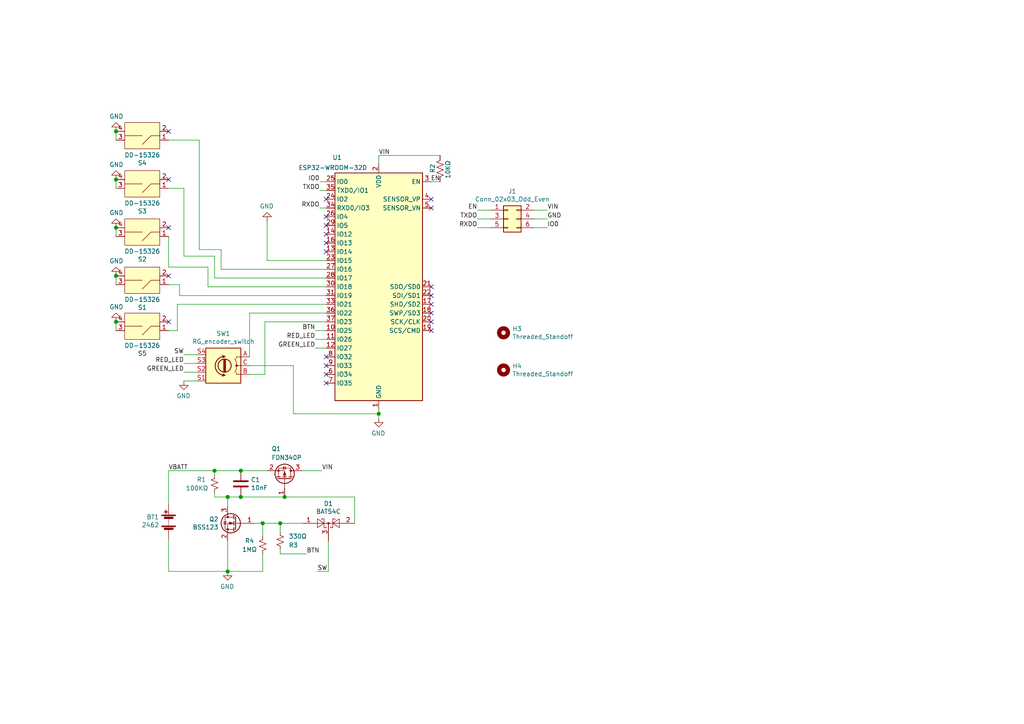
<source format=kicad_sch>
(kicad_sch (version 20201015) (generator eeschema)
  (page 1 1)
  (paper "A4")
  (title_block (date "2020-12-19") (rev "1.1"))
  (lib_symbols
    (symbol "Connector_Generic:Conn_02x03_Odd_Even" (pin_names (offset 1.016) hide)
      (property "Reference" "J" (at 1.27 5.08 0))
      (property "Value" "Conn_02x03_Odd_Even" (at 1.27 -5.08 0))
      (symbol "Conn_02x03_Odd_Even_1_1"
        (rectangle (start -1.27 -2.413) (end 0 -2.667) (stroke (width 0.1524)))
        (rectangle (start -1.27 2.667) (end 0 2.413) (stroke (width 0.1524)))
        (rectangle (start -1.27 3.81) (end 3.81 -3.81) (stroke (width 0.254)) (fill (type background)))
        (rectangle (start -1.27 0.127) (end 0 -0.127) (stroke (width 0.1524)))
        (rectangle (start 3.81 -2.413) (end 2.54 -2.667) (stroke (width 0.1524)))
        (rectangle (start 3.81 2.667) (end 2.54 2.413) (stroke (width 0.1524)))
        (rectangle (start 3.81 0.127) (end 2.54 -0.127) (stroke (width 0.1524)))
        (pin passive line (at -5.08 2.54 0) (length 3.81) (name "Pin_1") (number "1"))
        (pin passive line (at 7.62 2.54 180) (length 3.81) (name "Pin_2") (number "2"))
        (pin passive line (at -5.08 0 0) (length 3.81) (name "Pin_3") (number "3"))
        (pin passive line (at 7.62 0 180) (length 3.81) (name "Pin_4") (number "4"))
        (pin passive line (at -5.08 -2.54 0) (length 3.81) (name "Pin_5") (number "5"))
        (pin passive line (at 7.62 -2.54 180) (length 3.81) (name "Pin_6") (number "6"))
      )
    )
    (symbol "Device:Battery_1" (pin_numbers hide) (pin_names (offset 0) hide)
      (property "Reference" "BT" (at 2.54 2.54 0))
      (property "Value" "Battery" (at 2.54 0 0))
      (symbol "Battery_1_0_1"
        (rectangle (start -2.032 -1.397) (end 2.032 -1.651) (fill (type outline)))
        (rectangle (start -2.032 1.778) (end 2.032 1.524) (fill (type outline)))
        (rectangle (start -1.3208 -1.9812) (end 1.27 -2.4892) (fill (type outline)))
        (rectangle (start -1.3208 1.1938) (end 1.27 0.6858) (fill (type outline)))
        (polyline (pts (xy 0 -1.524) (xy 0 -1.27)))
        (polyline (pts (xy 0 -1.016) (xy 0 -0.762)))
        (polyline (pts (xy 0 -0.508) (xy 0 -0.254)))
        (polyline (pts (xy 0 0) (xy 0 0.254)))
        (polyline (pts (xy 0 0.508) (xy 0 0.762)))
        (polyline (pts (xy 0 1.778) (xy 0 2.54)))
        (polyline (pts (xy 0.254 2.667) (xy 1.27 2.667)) (stroke (width 0.254)))
        (polyline (pts (xy 0.762 3.175) (xy 0.762 2.159)) (stroke (width 0.254)))
      )
      (symbol "Battery_1_1_1"
        (pin passive line (at 0 5.08 270) (length 2.54) (name "+") (number "1"))
        (pin passive line (at 0 -5.08 90) (length 2.54) (name "-") (number "2"))
      )
    )
    (symbol "Device:C" (pin_numbers hide) (pin_names (offset 0.254))
      (property "Reference" "C" (at 0.635 2.54 0))
      (property "Value" "C" (at 0.635 -2.54 0))
      (symbol "C_0_1"
        (polyline (pts (xy -2.032 -0.762) (xy 2.032 -0.762)) (stroke (width 0.508)))
        (polyline (pts (xy -2.032 0.762) (xy 2.032 0.762)) (stroke (width 0.508)))
      )
      (symbol "C_1_1"
        (pin passive line (at 0 3.81 270) (length 2.794) (name "~") (number "1"))
        (pin passive line (at 0 -3.81 90) (length 2.794) (name "~") (number "2"))
      )
    )
    (symbol "Device:R_Small_US" (pin_numbers hide) (pin_names (offset 0.254) hide)
      (property "Reference" "R" (at 0.762 0.508 0))
      (property "Value" "R_Small_US" (at 0.762 -1.016 0))
      (symbol "R_Small_US_1_1"
        (polyline (pts (xy 0 0) (xy 1.016 -0.381) (xy 0 -0.762) (xy -1.016 -1.143) (xy 0 -1.524)))
        (polyline (pts (xy 0 1.524) (xy 1.016 1.143) (xy 0 0.762) (xy -1.016 0.381) (xy 0 0)))
        (pin passive line (at 0 2.54 270) (length 1.016) (name "~") (number "1"))
        (pin passive line (at 0 -2.54 90) (length 1.016) (name "~") (number "2"))
      )
    )
    (symbol "Device:R_US" (pin_numbers hide) (pin_names (offset 0))
      (property "Reference" "R" (at 2.54 0 90))
      (property "Value" "R_US" (at -2.54 0 90))
      (symbol "R_US_0_1"
        (polyline (pts (xy 0 -2.286) (xy 0 -2.54)))
        (polyline (pts (xy 0 2.286) (xy 0 2.54)))
        (polyline (pts (xy 0 -0.762) (xy 1.016 -1.143) (xy 0 -1.524) (xy -1.016 -1.905) (xy 0 -2.286)))
        (polyline (pts (xy 0 0.762) (xy 1.016 0.381) (xy 0 0) (xy -1.016 -0.381) (xy 0 -0.762)))
        (polyline (pts (xy 0 2.286) (xy 1.016 1.905) (xy 0 1.524) (xy -1.016 1.143) (xy 0 0.762)))
      )
      (symbol "R_US_1_1"
        (pin passive line (at 0 3.81 270) (length 1.27) (name "~") (number "1"))
        (pin passive line (at 0 -3.81 90) (length 1.27) (name "~") (number "2"))
      )
    )
    (symbol "Diode:BAT54C" (pin_names (offset 1.016))
      (property "Reference" "D" (at 0.635 -3.81 0))
      (property "Value" "BAT54C" (at -6.35 3.175 0))
      (symbol "BAT54C_0_1"
        (circle (center 0 0) (radius 0.254) (fill (type outline)))
        (polyline (pts (xy -1.905 0) (xy 1.905 0)))
        (polyline (pts (xy -1.905 1.27) (xy -1.905 1.016)))
        (polyline (pts (xy -1.27 -1.27) (xy -0.635 -1.27)))
        (polyline (pts (xy -1.27 0) (xy -3.81 0)))
        (polyline (pts (xy -1.27 1.27) (xy -1.905 1.27)))
        (polyline (pts (xy -1.27 1.27) (xy -1.27 -1.27)))
        (polyline (pts (xy -0.635 -1.27) (xy -0.635 -1.016)))
        (polyline (pts (xy 0.635 -1.27) (xy 0.635 -1.016)))
        (polyline (pts (xy 1.27 -1.27) (xy 0.635 -1.27)))
        (polyline (pts (xy 1.27 1.27) (xy 1.27 -1.27)))
        (polyline (pts (xy 1.27 1.27) (xy 1.905 1.27)))
        (polyline (pts (xy 1.905 1.27) (xy 1.905 1.016)))
        (polyline (pts (xy 3.81 0) (xy 1.27 0)))
        (polyline (pts (xy -3.175 -1.27) (xy -3.175 1.27) (xy -1.27 0) (xy -3.175 -1.27)))
        (polyline (pts (xy 3.175 -1.27) (xy 3.175 1.27) (xy 1.27 0) (xy 3.175 -1.27)))
      )
      (symbol "BAT54C_1_1"
        (pin passive line (at -7.62 0 0) (length 3.81) (name "~") (number "1"))
        (pin passive line (at 7.62 0 180) (length 3.81) (name "~") (number "2"))
        (pin passive line (at 0 -5.08 90) (length 5.08) (name "~") (number "3"))
      )
    )
    (symbol "RF_Module:ESP32-WROOM-32D"
      (property "Reference" "U" (at -12.7 34.29 0))
      (property "Value" "ESP32-WROOM-32D" (at 1.27 34.29 0))
      (symbol "ESP32-WROOM-32D_0_1"
        (rectangle (start -12.7 33.02) (end 12.7 -33.02) (stroke (width 0.254)) (fill (type background)))
      )
      (symbol "ESP32-WROOM-32D_1_1"
        (pin power_in line (at 0 -35.56 90) (length 2.54) (name "GND") (number "1"))
        (pin bidirectional line (at 15.24 -12.7 180) (length 2.54) (name "IO25") (number "10"))
        (pin bidirectional line (at 15.24 -15.24 180) (length 2.54) (name "IO26") (number "11"))
        (pin bidirectional line (at 15.24 -17.78 180) (length 2.54) (name "IO27") (number "12"))
        (pin bidirectional line (at 15.24 10.16 180) (length 2.54) (name "IO14") (number "13"))
        (pin bidirectional line (at 15.24 15.24 180) (length 2.54) (name "IO12") (number "14"))
        (pin passive line (at 0 -35.56 90) (length 2.54) hide (name "GND") (number "15"))
        (pin bidirectional line (at 15.24 12.7 180) (length 2.54) (name "IO13") (number "16"))
        (pin bidirectional line (at -15.24 -5.08 0) (length 2.54) (name "SHD/SD2") (number "17"))
        (pin bidirectional line (at -15.24 -7.62 0) (length 2.54) (name "SWP/SD3") (number "18"))
        (pin bidirectional line (at -15.24 -12.7 0) (length 2.54) (name "SCS/CMD") (number "19"))
        (pin power_in line (at 0 35.56 270) (length 2.54) (name "VDD") (number "2"))
        (pin bidirectional line (at -15.24 -10.16 0) (length 2.54) (name "SCK/CLK") (number "20"))
        (pin bidirectional line (at -15.24 0 0) (length 2.54) (name "SDO/SD0") (number "21"))
        (pin bidirectional line (at -15.24 -2.54 0) (length 2.54) (name "SDI/SD1") (number "22"))
        (pin bidirectional line (at 15.24 7.62 180) (length 2.54) (name "IO15") (number "23"))
        (pin bidirectional line (at 15.24 25.4 180) (length 2.54) (name "IO2") (number "24"))
        (pin bidirectional line (at 15.24 30.48 180) (length 2.54) (name "IO0") (number "25"))
        (pin bidirectional line (at 15.24 20.32 180) (length 2.54) (name "IO4") (number "26"))
        (pin bidirectional line (at 15.24 5.08 180) (length 2.54) (name "IO16") (number "27"))
        (pin bidirectional line (at 15.24 2.54 180) (length 2.54) (name "IO17") (number "28"))
        (pin bidirectional line (at 15.24 17.78 180) (length 2.54) (name "IO5") (number "29"))
        (pin input line (at -15.24 30.48 0) (length 2.54) (name "EN") (number "3"))
        (pin bidirectional line (at 15.24 0 180) (length 2.54) (name "IO18") (number "30"))
        (pin bidirectional line (at 15.24 -2.54 180) (length 2.54) (name "IO19") (number "31"))
        (pin unconnected line (at -12.7 -27.94 0) (length 2.54) hide (name "NC") (number "32"))
        (pin bidirectional line (at 15.24 -5.08 180) (length 2.54) (name "IO21") (number "33"))
        (pin bidirectional line (at 15.24 22.86 180) (length 2.54) (name "RXD0/IO3") (number "34"))
        (pin bidirectional line (at 15.24 27.94 180) (length 2.54) (name "TXD0/IO1") (number "35"))
        (pin bidirectional line (at 15.24 -7.62 180) (length 2.54) (name "IO22") (number "36"))
        (pin bidirectional line (at 15.24 -10.16 180) (length 2.54) (name "IO23") (number "37"))
        (pin passive line (at 0 -35.56 90) (length 2.54) hide (name "GND") (number "38"))
        (pin passive line (at 0 -35.56 90) (length 2.54) hide (name "GND") (number "39"))
        (pin input line (at -15.24 25.4 0) (length 2.54) (name "SENSOR_VP") (number "4"))
        (pin input line (at -15.24 22.86 0) (length 2.54) (name "SENSOR_VN") (number "5"))
        (pin input line (at 15.24 -25.4 180) (length 2.54) (name "IO34") (number "6"))
        (pin input line (at 15.24 -27.94 180) (length 2.54) (name "IO35") (number "7"))
        (pin bidirectional line (at 15.24 -20.32 180) (length 2.54) (name "IO32") (number "8"))
        (pin bidirectional line (at 15.24 -22.86 180) (length 2.54) (name "IO33") (number "9"))
      )
    )
    (symbol "Transistor_FET:BSS123" (pin_names hide)
      (property "Reference" "Q" (at 5.08 1.905 0))
      (property "Value" "BSS123" (at 5.08 0 0))
      (symbol "BSS123_0_1"
        (circle (center 1.651 0) (radius 2.794) (stroke (width 0.254)))
        (circle (center 2.54 -1.778) (radius 0.254) (fill (type outline)))
        (circle (center 2.54 1.778) (radius 0.254) (fill (type outline)))
        (polyline (pts (xy 0.254 0) (xy -2.54 0)))
        (polyline (pts (xy 0.254 1.905) (xy 0.254 -1.905)) (stroke (width 0.254)))
        (polyline (pts (xy 0.762 -1.27) (xy 0.762 -2.286)) (stroke (width 0.254)))
        (polyline (pts (xy 0.762 0.508) (xy 0.762 -0.508)) (stroke (width 0.254)))
        (polyline (pts (xy 0.762 2.286) (xy 0.762 1.27)) (stroke (width 0.254)))
        (polyline (pts (xy 2.54 2.54) (xy 2.54 1.778)))
        (polyline (pts (xy 2.54 -2.54) (xy 2.54 0) (xy 0.762 0)))
        (polyline (pts (xy 0.762 -1.778) (xy 3.302 -1.778) (xy 3.302 1.778) (xy 0.762 1.778)))
        (polyline (pts (xy 1.016 0) (xy 2.032 0.381) (xy 2.032 -0.381) (xy 1.016 0)) (fill (type outline)))
        (polyline (pts (xy 2.794 0.508) (xy 2.921 0.381) (xy 3.683 0.381) (xy 3.81 0.254)))
        (polyline (pts (xy 3.302 0.381) (xy 2.921 -0.254) (xy 3.683 -0.254) (xy 3.302 0.381)))
      )
      (symbol "BSS123_1_1"
        (pin input line (at -5.08 0 0) (length 2.54) (name "G") (number "1"))
        (pin passive line (at 2.54 -5.08 90) (length 2.54) (name "S") (number "2"))
        (pin passive line (at 2.54 5.08 270) (length 2.54) (name "D") (number "3"))
      )
    )
    (symbol "asl_symbols:FDN340P" (pin_names hide)
      (property "Reference" "Q" (at 5.08 1.905 0))
      (property "Value" "FDN340P" (at 5.08 0 0))
      (symbol "FDN340P_0_1"
        (circle (center 1.651 0) (radius 2.794) (stroke (width 0.254)))
        (circle (center 2.54 -1.778) (radius 0.254) (fill (type outline)))
        (circle (center 2.54 1.778) (radius 0.254) (fill (type outline)))
        (polyline (pts (xy 0.254 0) (xy -2.54 0)))
        (polyline (pts (xy 0.254 1.905) (xy 0.254 -1.905)) (stroke (width 0.254)))
        (polyline (pts (xy 0.762 -1.27) (xy 0.762 -2.286)) (stroke (width 0.254)))
        (polyline (pts (xy 0.762 0.508) (xy 0.762 -0.508)) (stroke (width 0.254)))
        (polyline (pts (xy 0.762 2.286) (xy 0.762 1.27)) (stroke (width 0.254)))
        (polyline (pts (xy 2.54 2.54) (xy 2.54 1.778)))
        (polyline (pts (xy 2.54 -2.54) (xy 2.54 0) (xy 0.762 0)))
        (polyline (pts (xy 0.762 1.778) (xy 3.302 1.778) (xy 3.302 -1.778) (xy 0.762 -1.778)))
        (polyline (pts (xy 2.286 0) (xy 1.27 0.381) (xy 1.27 -0.381) (xy 2.286 0)) (fill (type outline)))
        (polyline (pts (xy 2.794 -0.508) (xy 2.921 -0.381) (xy 3.683 -0.381) (xy 3.81 -0.254)))
        (polyline (pts (xy 3.302 -0.381) (xy 2.921 0.254) (xy 3.683 0.254) (xy 3.302 -0.381)))
      )
      (symbol "FDN340P_1_1"
        (pin input line (at -5.08 0 0) (length 2.54) (name "G") (number "1"))
        (pin passive line (at 2.54 -5.08 90) (length 2.54) (name "S") (number "2"))
        (pin passive line (at 2.54 5.08 270) (length 2.54) (name "D") (number "3"))
      )
    )
    (symbol "asl_symbols_new:B3F-4000" (pin_names (offset 1.016) hide)
      (property "Reference" "S" (at -3.81 5.08 0))
      (property "Value" "B3F-4000" (at 1.27 -5.08 0))
      (symbol "B3F-4000_0_1"
        (rectangle (start -5.08 3.81) (end 5.08 -3.81) (fill (type background)))
        (polyline (pts (xy -5.08 -1.27) (xy -5.08 1.27)))
        (polyline (pts (xy 0 0) (xy 5.08 0)))
        (polyline (pts (xy 5.08 -1.27) (xy 5.08 1.27)))
        (polyline (pts (xy -5.08 0) (xy -2.54 0) (xy 0 2.54)))
      )
      (symbol "B3F-4000_1_1"
        (pin bidirectional line (at -7.62 1.27 0) (length 2.54) (name "in1") (number "1"))
        (pin bidirectional line (at -7.62 -1.27 0) (length 2.54) (name "in2") (number "2"))
        (pin bidirectional line (at 7.62 1.27 180) (length 2.54) (name "out1") (number "3"))
        (pin bidirectional line (at 7.62 -1.27 180) (length 2.54) (name "out2") (number "4"))
      )
    )
    (symbol "asl_symbols_new:RG_encoder_switch" (pin_names (offset 0.254) hide)
      (property "Reference" "SW" (at 0 6.604 0))
      (property "Value" "RG_encoder_switch" (at 0 -6.604 0))
      (symbol "RG_encoder_switch_0_1"
        (arc (start -0.381 -2.794) (end -0.381 2.667) (radius (at -0.381 -0.0508) (length 2.7432) (angles -89.9 89.9)) (stroke (width 0.254)))
        (circle (center -3.81 0) (radius 0.254) (fill (type outline)))
        (circle (center -0.381 0) (radius 1.905) (stroke (width 0.254)))
        (rectangle (start -5.08 5.08) (end 5.08 -5.08) (stroke (width 0.254)) (fill (type background)))
        (polyline (pts (xy -0.635 -1.778) (xy -0.635 1.778)) (stroke (width 0.254)))
        (polyline (pts (xy -0.381 -1.778) (xy -0.381 1.778)) (stroke (width 0.254)))
        (polyline (pts (xy -0.127 1.778) (xy -0.127 -1.778)) (stroke (width 0.254)))
        (polyline (pts (xy -5.08 -2.54) (xy -3.81 -2.54) (xy -3.81 -2.032)))
        (polyline (pts (xy -5.08 2.54) (xy -3.81 2.54) (xy -3.81 2.032)))
        (polyline (pts (xy 0.254 -3.048) (xy -0.508 -2.794) (xy 0.127 -2.413)) (stroke (width 0.254)))
        (polyline (pts (xy 0.254 2.921) (xy -0.508 2.667) (xy 0.127 2.286)) (stroke (width 0.254)))
        (polyline (pts (xy -5.08 0) (xy -3.81 0) (xy -3.81 -1.016) (xy -3.302 -2.032)))
        (polyline (pts (xy -4.318 0) (xy -3.81 0) (xy -3.81 1.016) (xy -3.302 2.032)))
      )
      (symbol "RG_encoder_switch_1_1"
        (pin passive line (at -7.62 2.54 0) (length 2.54) (name "A") (number "A"))
        (pin passive line (at -7.62 -2.54 0) (length 2.54) (name "B") (number "B"))
        (pin passive line (at -7.62 0 0) (length 2.54) (name "C") (number "C"))
        (pin passive line (at 7.62 -4.445 180) (length 2.54) (name "S1") (number "S1"))
        (pin passive line (at 7.62 -1.905 180) (length 2.54) (name "S2") (number "S2"))
        (pin input line (at 7.62 3.175 180) (length 2.54) (name "S4") (number "S4"))
        (pin input line (at 7.62 0.635 180) (length 2.54) (name "S3") (number "S3"))
      )
    )
    (symbol "asl_symbols_new:Threaded_Standoff" (pin_names (offset 1.016))
      (property "Reference" "H" (at 0 5.08 0))
      (property "Value" "Threaded_Standoff" (at 0 3.175 0))
      (symbol "Threaded_Standoff_0_1"
        (circle (center 0 0) (radius 1.27) (stroke (width 1.27)))
      )
    )
    (symbol "power:GND" (power) (pin_names (offset 0))
      (property "Value" "GND" (at 0 -3.81 0))
      (symbol "GND_0_1"
        (polyline (pts (xy 0 0) (xy 0 -1.27) (xy 1.27 -1.27) (xy 0 -2.54) (xy -1.27 -1.27) (xy 0 -1.27)))
      )
      (symbol "GND_1_1"
        (pin power_in line (at 0 0 270) (length 0) hide (name "GND") (number "1"))
      )
    )
  )
  (junction (at 33.655 38.1) (diameter 1.016))
  (junction (at 33.655 52.07) (diameter 1.016))
  (junction (at 33.655 66.04) (diameter 1.016))
  (junction (at 33.655 80.01) (diameter 1.016))
  (junction (at 33.655 93.345) (diameter 1.016))
  (junction (at 62.23 136.525) (diameter 1.016))
  (junction (at 66.04 144.145) (diameter 1.016))
  (junction (at 66.04 165.735) (diameter 1.016))
  (junction (at 69.85 136.525) (diameter 1.016))
  (junction (at 69.85 144.145) (diameter 1.016))
  (junction (at 76.2 151.765) (diameter 1.016))
  (junction (at 81.28 151.765) (diameter 1.016))
  (junction (at 82.55 144.145) (diameter 1.016))
  (junction (at 109.855 120.015) (diameter 1.016))
  (no_connect (at 94.615 73.025))
  (no_connect (at 48.895 93.345))
  (no_connect (at 48.895 66.04))
  (no_connect (at 94.615 62.865))
  (no_connect (at 125.095 95.885))
  (no_connect (at 94.615 65.405))
  (no_connect (at 94.615 111.125))
  (no_connect (at 94.615 57.785))
  (no_connect (at 125.095 60.325))
  (no_connect (at 94.615 106.045))
  (no_connect (at 94.615 103.505))
  (no_connect (at 94.615 70.485))
  (no_connect (at 125.095 88.265))
  (no_connect (at 48.895 38.1))
  (no_connect (at 48.895 52.07))
  (no_connect (at 125.095 57.785))
  (no_connect (at 125.095 90.805))
  (no_connect (at 94.615 108.585))
  (no_connect (at 125.095 83.185))
  (no_connect (at 125.095 93.345))
  (no_connect (at 94.615 67.945))
  (no_connect (at 125.095 85.725))
  (no_connect (at 48.895 80.01))
  (wire (pts (xy 33.655 40.64) (xy 33.655 38.1)))
  (wire (pts (xy 33.655 54.61) (xy 33.655 52.07)))
  (wire (pts (xy 33.655 68.58) (xy 33.655 66.04)))
  (wire (pts (xy 33.655 82.55) (xy 33.655 80.01)))
  (wire (pts (xy 33.655 93.345) (xy 33.655 95.885)))
  (wire (pts (xy 48.895 77.47) (xy 48.895 68.58)))
  (wire (pts (xy 48.895 77.47) (xy 60.325 77.47)))
  (wire (pts (xy 48.895 82.55) (xy 52.07 82.55)))
  (wire (pts (xy 48.895 136.525) (xy 48.895 146.05)))
  (wire (pts (xy 48.895 136.525) (xy 62.23 136.525)))
  (wire (pts (xy 48.895 156.21) (xy 48.895 165.735)))
  (wire (pts (xy 48.895 165.735) (xy 66.04 165.735)))
  (wire (pts (xy 51.435 88.265) (xy 51.435 95.885)))
  (wire (pts (xy 51.435 88.265) (xy 94.615 88.265)))
  (wire (pts (xy 51.435 95.885) (xy 48.895 95.885)))
  (wire (pts (xy 52.07 82.55) (xy 52.07 85.725)))
  (wire (pts (xy 52.07 85.725) (xy 94.615 85.725)))
  (wire (pts (xy 53.34 54.61) (xy 48.895 54.61)))
  (wire (pts (xy 53.34 54.61) (xy 53.34 74.295)))
  (wire (pts (xy 53.34 102.87) (xy 57.15 102.87)))
  (wire (pts (xy 53.34 105.41) (xy 57.15 105.41)))
  (wire (pts (xy 53.34 107.95) (xy 57.15 107.95)))
  (wire (pts (xy 53.34 110.49) (xy 57.15 110.49)))
  (wire (pts (xy 57.785 40.64) (xy 48.895 40.64)))
  (wire (pts (xy 57.785 40.64) (xy 57.785 72.39)))
  (wire (pts (xy 60.325 77.47) (xy 60.325 83.185)))
  (wire (pts (xy 60.325 83.185) (xy 94.615 83.185)))
  (wire (pts (xy 62.23 74.295) (xy 53.34 74.295)))
  (wire (pts (xy 62.23 80.645) (xy 62.23 74.295)))
  (wire (pts (xy 62.23 136.525) (xy 69.85 136.525)))
  (wire (pts (xy 62.23 137.795) (xy 62.23 136.525)))
  (wire (pts (xy 62.23 144.145) (xy 62.23 142.875)))
  (wire (pts (xy 62.23 144.145) (xy 66.04 144.145)))
  (wire (pts (xy 64.135 72.39) (xy 57.785 72.39)))
  (wire (pts (xy 64.135 78.105) (xy 64.135 72.39)))
  (wire (pts (xy 66.04 144.145) (xy 69.85 144.145)))
  (wire (pts (xy 66.04 146.685) (xy 66.04 144.145)))
  (wire (pts (xy 66.04 156.845) (xy 66.04 165.735)))
  (wire (pts (xy 69.85 136.525) (xy 77.47 136.525)))
  (wire (pts (xy 72.39 90.805) (xy 72.39 103.505)))
  (wire (pts (xy 72.39 90.805) (xy 94.615 90.805)))
  (wire (pts (xy 72.39 106.045) (xy 85.09 106.045)))
  (wire (pts (xy 76.2 151.765) (xy 73.66 151.765)))
  (wire (pts (xy 76.2 151.765) (xy 76.2 155.575)))
  (wire (pts (xy 76.2 151.765) (xy 81.28 151.765)))
  (wire (pts (xy 76.2 160.655) (xy 76.2 165.735)))
  (wire (pts (xy 76.2 165.735) (xy 66.04 165.735)))
  (wire (pts (xy 76.835 93.345) (xy 94.615 93.345)))
  (wire (pts (xy 76.835 108.585) (xy 72.39 108.585)))
  (wire (pts (xy 76.835 108.585) (xy 76.835 93.345)))
  (wire (pts (xy 77.47 64.135) (xy 77.47 75.565)))
  (wire (pts (xy 77.47 75.565) (xy 94.615 75.565)))
  (wire (pts (xy 81.28 151.765) (xy 87.63 151.765)))
  (wire (pts (xy 81.28 154.305) (xy 81.28 151.765)))
  (wire (pts (xy 81.28 159.385) (xy 81.28 160.655)))
  (wire (pts (xy 81.28 160.655) (xy 88.9 160.655)))
  (wire (pts (xy 82.55 144.145) (xy 69.85 144.145)))
  (wire (pts (xy 82.55 144.145) (xy 102.87 144.145)))
  (wire (pts (xy 85.09 106.045) (xy 85.09 120.015)))
  (wire (pts (xy 85.09 120.015) (xy 109.855 120.015)))
  (wire (pts (xy 87.63 136.525) (xy 93.345 136.525)))
  (wire (pts (xy 91.44 95.885) (xy 94.615 95.885)))
  (wire (pts (xy 91.44 98.425) (xy 94.615 98.425)))
  (wire (pts (xy 91.44 100.965) (xy 94.615 100.965)))
  (wire (pts (xy 92.075 165.735) (xy 95.25 165.735)))
  (wire (pts (xy 92.71 52.705) (xy 94.615 52.705)))
  (wire (pts (xy 92.71 55.245) (xy 94.615 55.245)))
  (wire (pts (xy 92.71 60.325) (xy 94.615 60.325)))
  (wire (pts (xy 94.615 78.105) (xy 64.135 78.105)))
  (wire (pts (xy 94.615 80.645) (xy 62.23 80.645)))
  (wire (pts (xy 95.25 156.845) (xy 95.25 165.735)))
  (wire (pts (xy 102.87 144.145) (xy 102.87 151.765)))
  (wire (pts (xy 109.855 45.085) (xy 109.855 47.625)))
  (wire (pts (xy 109.855 118.745) (xy 109.855 120.015)))
  (wire (pts (xy 109.855 120.015) (xy 109.855 121.285)))
  (wire (pts (xy 125.095 52.705) (xy 127.635 52.705)))
  (wire (pts (xy 127.635 45.085) (xy 109.855 45.085)))
  (wire (pts (xy 138.43 60.96) (xy 142.24 60.96)))
  (wire (pts (xy 138.43 63.5) (xy 142.24 63.5)))
  (wire (pts (xy 138.43 66.04) (xy 142.24 66.04)))
  (wire (pts (xy 154.94 60.96) (xy 158.75 60.96)))
  (wire (pts (xy 154.94 63.5) (xy 158.75 63.5)))
  (wire (pts (xy 154.94 66.04) (xy 158.75 66.04)))
  (label "VBATT" (at 48.895 136.525 0))
  (label "SW" (at 53.34 102.87 180))
  (label "RED_LED" (at 53.34 105.41 180))
  (label "GREEN_LED" (at 53.34 107.95 180))
  (label "BTN" (at 88.9 160.655 0))
  (label "BTN" (at 91.44 95.885 180))
  (label "RED_LED" (at 91.44 98.425 180))
  (label "GREEN_LED" (at 91.44 100.965 180))
  (label "SW" (at 92.075 165.735 0))
  (label "IO0" (at 92.71 52.705 180))
  (label "TXDO" (at 92.71 55.245 180))
  (label "RXDO" (at 92.71 60.325 180))
  (label "VIN" (at 93.345 136.525 0))
  (label "VIN" (at 109.855 45.085 0))
  (label "EN" (at 127.635 52.705 180))
  (label "EN" (at 138.43 60.96 180))
  (label "TXDO" (at 138.43 63.5 180))
  (label "RXDO" (at 138.43 66.04 180))
  (label "VIN" (at 158.75 60.96 0))
  (label "GND" (at 158.75 63.5 0))
  (label "IO0" (at 158.75 66.04 0))
  (symbol (lib_id "power:GND") (at 33.655 38.1 0) (mirror x) (unit 1)
    (property "Reference" "#PWR0102" (effects hide))
    (property "Value" "GND" (at 33.7693 33.7756 0))
  )
  (symbol (lib_id "power:GND") (at 33.655 52.07 0) (mirror x) (unit 1)
    (property "Reference" "#PWR0106" (effects hide))
    (property "Value" "GND" (at 33.7693 47.7456 0))
  )
  (symbol (lib_id "power:GND") (at 33.655 66.04 0) (mirror x) (unit 1)
    (property "Reference" "#PWR0104" (effects hide))
    (property "Value" "GND" (at 33.7693 61.7156 0))
  )
  (symbol (lib_id "power:GND") (at 33.655 80.01 0) (mirror x) (unit 1)
    (property "Reference" "#PWR0105" (effects hide))
    (property "Value" "GND" (at 33.7693 75.6856 0))
  )
  (symbol (lib_id "power:GND") (at 33.655 93.345 0) (mirror x) (unit 1)
    (property "Reference" "#PWR0107" (effects hide))
    (property "Value" "GND" (at 33.7693 89.0206 0))
  )
  (symbol (lib_id "power:GND") (at 53.34 110.49 0) (mirror y) (unit 1)
    (property "Reference" "#PWR03" (effects hide))
    (property "Value" "GND" (at 53.2257 114.8144 0))
  )
  (symbol (lib_id "power:GND") (at 66.04 165.735 0) (mirror y) (unit 1)
    (property "Reference" "#PWR04" (effects hide))
    (property "Value" "GND" (at 65.913 170.1292 0))
  )
  (symbol (lib_id "power:GND") (at 77.47 64.135 180) (unit 1)
    (property "Reference" "#PWR01" (effects hide))
    (property "Value" "GND" (at 77.3557 59.8106 0))
  )
  (symbol (lib_id "power:GND") (at 109.855 121.285 0) (mirror y) (unit 1)
    (property "Reference" "#PWR0101" (effects hide))
    (property "Value" "GND" (at 109.728 125.6792 0))
  )
  (symbol (lib_id "Device:R_Small_US") (at 62.23 140.335 0) (mirror x) (unit 1)
    (property "Reference" "R1" (at 58.42 139.065 0))
    (property "Value" "100KΩ" (at 57.15 141.605 0))
    (property "Footprint" "Resistor_SMD:R_0805_2012Metric" (effects hide))
  )
  (symbol (lib_id "Device:R_Small_US") (at 76.2 158.115 0) (mirror x) (unit 1)
    (property "Reference" "R4" (at 72.39 156.845 0))
    (property "Value" "1MΩ" (at 72.39 159.385 0))
    (property "Footprint" "Resistor_SMD:R_0805_2012Metric" (effects hide))
  )
  (symbol (lib_id "Device:R_Small_US") (at 81.28 156.845 180) (unit 1)
    (property "Reference" "R3" (at 85.09 158.115 0))
    (property "Value" "330Ω" (at 86.36 155.575 0))
    (property "Footprint" "Resistor_SMD:R_0805_2012Metric" (effects hide))
  )
  (symbol (lib_id "asl_symbols_new:Threaded_Standoff") (at 146.05 96.52 0) (unit 1)
    (property "Reference" "H3" (at 148.5901 95.3706 0) (effects (justify left)))
    (property "Value" "Threaded_Standoff" (at 148.5901 97.6693 0) (effects (justify left)))
    (property "Footprint" "asl_footprints:standoff_nut" (effects hide))
    (property "Datasheet" "https://www.adafruit.com/product/4207" (effects hide))
  )
  (symbol (lib_id "asl_symbols_new:Threaded_Standoff") (at 146.05 107.315 0) (unit 1)
    (property "Reference" "H4" (at 148.5901 106.1656 0) (effects (justify left)))
    (property "Value" "Threaded_Standoff" (at 148.5901 108.4643 0) (effects (justify left)))
    (property "Footprint" "asl_footprints:standoff_nut" (effects hide))
    (property "Datasheet" "https://www.adafruit.com/product/4207" (effects hide))
  )
  (symbol (lib_id "Device:R_US") (at 127.635 48.895 0) (mirror x) (unit 1)
    (property "Reference" "R2" (at 125.4761 47.5044 90) (effects (justify left)))
    (property "Value" "10KΩ" (at 129.9211 46.4757 90) (effects (justify left)))
    (property "Footprint" "Resistor_SMD:R_0805_2012Metric" (effects hide))
  )
  (symbol (lib_id "Device:C") (at 69.85 140.335 0) (unit 1)
    (property "Reference" "C1" (at 72.771 139.1666 0) (effects (justify left)))
    (property "Value" "10nF" (at 72.771 141.478 0) (effects (justify left)))
    (property "Footprint" "Capacitor_SMD:C_0805_2012Metric" (effects hide))
  )
  (symbol (lib_name "Device:Battery_1") (lib_id "Device:Battery") (at 48.895 151.13 0) (mirror y) (unit 1)
    (property "Reference" "BT1" (at 46.1518 149.9616 0) (effects (justify left)))
    (property "Value" "2462" (at 46.1518 152.273 0) (effects (justify left)))
    (property "Footprint" "Battery:BatteryHolder_Keystone_2462_2xAA" (effects hide))
    (property "Datasheet" "https://www.digikey.com/product-detail/en/keystone-electronics/2466/36-2466-ND/303815" (effects hide))
    (property "Description" "Battery Holder" (effects hide))
  )
  (symbol (lib_id "Connector_Generic:Conn_02x03_Odd_Even") (at 147.32 63.5 0) (unit 1)
    (property "Reference" "J1" (at 148.59 55.4798 0))
    (property "Value" "Conn_02x03_Odd_Even" (at 148.59 57.7785 0))
    (property "Footprint" "Connector:Tag-Connect_TC2030-IDC-NL_2x03_P1.27mm_Vertical" (effects hide))
  )
  (symbol (lib_id "Transistor_FET:BSS123") (at 68.58 151.765 0) (mirror y) (unit 1)
    (property "Reference" "Q2" (at 63.3984 150.5966 0) (effects (justify left)))
    (property "Value" "BSS123" (at 63.3984 152.908 0) (effects (justify left)))
    (property "Footprint" "Package_TO_SOT_SMD:SOT-23" (effects hide))
    (property "Datasheet" "https://www.digikey.com/products/en?keywords=BSS123LT1GOSCT-ND" (effects hide))
    (property "Description" "N-Channel MOSFET" (effects hide))
  )
  (symbol (lib_id "asl_symbols:FDN340P") (at 82.55 139.065 270) (mirror x) (unit 1)
    (property "Reference" "Q1" (at 78.74 130.175 90) (effects (justify left)))
    (property "Value" "FDN340P" (at 78.74 132.715 90) (effects (justify left)))
    (property "Footprint" "Package_TO_SOT_SMD:SOT-23" (effects hide))
    (property "Datasheet" "https://www.digikey.com/products/en?keywords=FDN340PCT-ND" (effects hide))
    (property "Description" "P-Channel MOSFET" (effects hide))
  )
  (symbol (lib_id "Diode:BAT54C") (at 95.25 151.765 0) (unit 1)
    (property "Reference" "D1" (at 95.25 146.05 0))
    (property "Value" "BAT54C" (at 95.25 148.3614 0))
    (property "Footprint" "Package_TO_SOT_SMD:SOT-23" (effects hide))
    (property "Datasheet" "http://www.diodes.com/_files/datasheets/ds11005.pdf" (effects hide))
    (property "Description" "Schottky Diode" (effects hide))
  )
  (symbol (lib_id "asl_symbols_new:B3F-4000") (at 41.275 39.37 180) (unit 1)
    (property "Reference" "S4" (at 41.275 47.2632 0))
    (property "Value" "DD-15326" (at 41.275 44.9645 0))
    (property "Footprint" "asl_footprints:sparkfun_tactile_color" (effects hide))
    (property "Datasheet" "https://www.sparkfun.com/products/15326" (effects hide))
  )
  (symbol (lib_id "asl_symbols_new:B3F-4000") (at 41.275 53.34 180) (unit 1)
    (property "Reference" "S3" (at 41.275 61.2332 0))
    (property "Value" "DD-15326" (at 41.275 58.9345 0))
    (property "Footprint" "asl_footprints:sparkfun_tactile_color" (effects hide))
    (property "Datasheet" "https://www.sparkfun.com/products/15326" (effects hide))
  )
  (symbol (lib_id "asl_symbols_new:B3F-4000") (at 41.275 67.31 180) (unit 1)
    (property "Reference" "S2" (at 41.275 75.2032 0))
    (property "Value" "DD-15326" (at 41.275 72.9045 0))
    (property "Footprint" "asl_footprints:sparkfun_tactile_color" (effects hide))
    (property "Datasheet" "https://www.sparkfun.com/products/15326" (effects hide))
  )
  (symbol (lib_id "asl_symbols_new:B3F-4000") (at 41.275 81.28 180) (unit 1)
    (property "Reference" "S1" (at 41.275 89.1732 0))
    (property "Value" "DD-15326" (at 41.275 86.8745 0))
    (property "Footprint" "asl_footprints:sparkfun_tactile_color" (effects hide))
    (property "Datasheet" "https://www.sparkfun.com/products/15326" (effects hide))
  )
  (symbol (lib_id "asl_symbols_new:B3F-4000") (at 41.275 94.615 180) (unit 1)
    (property "Reference" "S5" (at 41.275 102.5082 0))
    (property "Value" "DD-15326" (at 41.275 100.2095 0))
    (property "Footprint" "asl_footprints:sparkfun_tactile_color" (effects hide))
    (property "Datasheet" "https://www.sparkfun.com/products/15326" (effects hide))
  )
  (symbol (lib_id "asl_symbols_new:RG_encoder_switch") (at 64.77 106.045 0) (mirror y) (unit 1)
    (property "Reference" "SW1" (at 64.77 96.7548 0))
    (property "Value" "RG_encoder_switch" (at 64.77 99.0535 0))
    (property "Footprint" "asl_footprints:RG_Encoder" (effects hide))
    (property "Datasheet" "https://www.sparkfun.com/products/15140" (effects hide))
  )
  (symbol (lib_id "RF_Module:ESP32-WROOM-32D") (at 109.855 83.185 0) (mirror y) (unit 1)
    (property "Reference" "U1" (at 97.79 45.7008 0))
    (property "Value" "ESP32-WROOM-32D" (at 96.52 48.6345 0))
    (property "Footprint" "RF_Module:ESP32-WROOM-32" (effects hide))
    (property "Datasheet" "https://www.espressif.com/sites/default/files/documentation/esp32-wroom-32d_esp32-wroom-32u_datasheet_en.pdf" (effects hide))
  )
)
</source>
